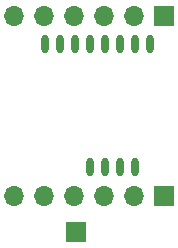
<source format=gbr>
%TF.GenerationSoftware,KiCad,Pcbnew,8.0.6-8.0.6-0~ubuntu24.04.1*%
%TF.CreationDate,2025-04-08T22:12:19-04:00*%
%TF.ProjectId,super-mini-mesh-kicad,73757065-722d-46d6-996e-692d6d657368,rev?*%
%TF.SameCoordinates,Original*%
%TF.FileFunction,Soldermask,Top*%
%TF.FilePolarity,Negative*%
%FSLAX46Y46*%
G04 Gerber Fmt 4.6, Leading zero omitted, Abs format (unit mm)*
G04 Created by KiCad (PCBNEW 8.0.6-8.0.6-0~ubuntu24.04.1) date 2025-04-08 22:12:19*
%MOMM*%
%LPD*%
G01*
G04 APERTURE LIST*
G04 Aperture macros list*
%AMRoundRect*
0 Rectangle with rounded corners*
0 $1 Rounding radius*
0 $2 $3 $4 $5 $6 $7 $8 $9 X,Y pos of 4 corners*
0 Add a 4 corners polygon primitive as box body*
4,1,4,$2,$3,$4,$5,$6,$7,$8,$9,$2,$3,0*
0 Add four circle primitives for the rounded corners*
1,1,$1+$1,$2,$3*
1,1,$1+$1,$4,$5*
1,1,$1+$1,$6,$7*
1,1,$1+$1,$8,$9*
0 Add four rect primitives between the rounded corners*
20,1,$1+$1,$2,$3,$4,$5,0*
20,1,$1+$1,$4,$5,$6,$7,0*
20,1,$1+$1,$6,$7,$8,$9,0*
20,1,$1+$1,$8,$9,$2,$3,0*%
G04 Aperture macros list end*
%ADD10R,1.700000X1.700000*%
%ADD11O,1.700000X1.700000*%
%ADD12RoundRect,0.300000X-0.000010X0.500000X-0.000010X-0.500000X0.000010X-0.500000X0.000010X0.500000X0*%
G04 APERTURE END LIST*
D10*
%TO.C,J3*%
X122000000Y-34800000D03*
%TD*%
%TO.C,J2*%
X129500000Y-31740000D03*
D11*
X126960000Y-31740000D03*
X124420000Y-31740000D03*
X121880000Y-31740000D03*
X119340000Y-31740000D03*
X116800000Y-31740000D03*
%TD*%
D12*
%TO.C,U1*%
X128260000Y-18900000D03*
X126990000Y-18900000D03*
X125720000Y-18900000D03*
X124450000Y-18900000D03*
X123180000Y-18900000D03*
X121910000Y-18900000D03*
X120640000Y-18900000D03*
X119370000Y-18900000D03*
X123180000Y-29300000D03*
X124450000Y-29300000D03*
X125720000Y-29300000D03*
X126990000Y-29300000D03*
%TD*%
D10*
%TO.C,J1*%
X129500000Y-16500000D03*
D11*
X126960000Y-16500000D03*
X124420000Y-16500000D03*
X121880000Y-16500000D03*
X119340000Y-16500000D03*
X116800000Y-16500000D03*
%TD*%
M02*

</source>
